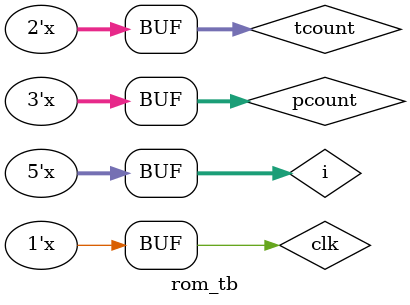
<source format=v>
module ROM ( wtime , pcount, tcount ,clk );	 

parameter n =3 ;

output reg [4:0]wtime;  
/*max value of wtime from eqn in case of 3-bits counter is 21 (can be hold in 5bit reg of max value 31)
and the size of the rom is also 5-bits
*/
input wire [n-1:0] pcount ;
input wire [1:0] tcount ;
input wire clk ;
wire [n+1:0] address ;
assign address[n+1:0] = { tcount[1:0] ,pcount[n-1:0] } ; //concatenating tcount(MSBs) and pcount(LSBs) to serve as address to the ROM
reg [4:0]rom [0:31] ; //rom is of 5-bits width with diffferent 32 places ,so we can store 32 values for wtime each of max value 31.

//wtime==> waiting time 

always @(posedge clk) // refreshing the value of wtime every clk cycle according to the current values of counter and tellers.
begin
wtime <= rom[address] ;
end

initial 
begin // for tcount =00 ,don't care case, wtime is set to be 0.
rom[0] <= 5'd0 ;
rom[1] <= 5'd0 ;
rom[2] <= 5'd0 ;
rom[3] <= 5'd0 ;
rom[4] <= 5'd0 ;
rom[5] <= 5'd0 ;
rom[6] <= 5'd0 ;
rom[7] <= 5'd0 ;
rom[8] <= 5'd0 ;
rom[9] <= 5'd3 ;
rom[10] <= 5'd6 ;
rom[11] <= 5'd9 ;
rom[12] <= 5'd12 ;
rom[13] <= 5'd15 ;
rom[14] <= 5'd18 ;
rom[15] <= 5'd21 ;
rom[16] <= 5'd1 ;
rom[17] <= 5'd3 ;
rom[18] <= 5'd4 ;
rom[19] <= 5'd6 ;
rom[20] <= 5'd7 ;
rom[21] <= 5'd9 ;
rom[22] <= 5'd10 ;
rom[23] <= 5'd12 ;
rom[24] <= 5'd2 ;
rom[25] <= 5'd3 ;
rom[26] <= 5'd4 ;
rom[27] <= 5'd5 ;
rom[28] <= 5'd6 ;
rom[29] <= 5'd7 ;
rom[30] <= 5'd8 ;
rom[31] <= 5'd9 ;
end 


endmodule 


module rom_tb ();

parameter n =3 ;
 wire [4:0] wtime;  
reg[4:0]i ; 
reg [n-1:0] pcount ;
reg [1:0] tcount ;
reg clk ;
initial 
begin
i =5'b0 ;
clk =0 ;
$monitor ("%b %b  .. wtime= %d", tcount,pcount,wtime);

end

always
    begin 
#4
	 pcount=i&3'b111;
         tcount=i>>n ;
i=i+1 ;
      //  if (tcount == 0) continue;
        
    end

always 
begin 
#2 clk = ~clk ;
end


ROM rm ( wtime , pcount, tcount ,clk );	
endmodule 
</source>
